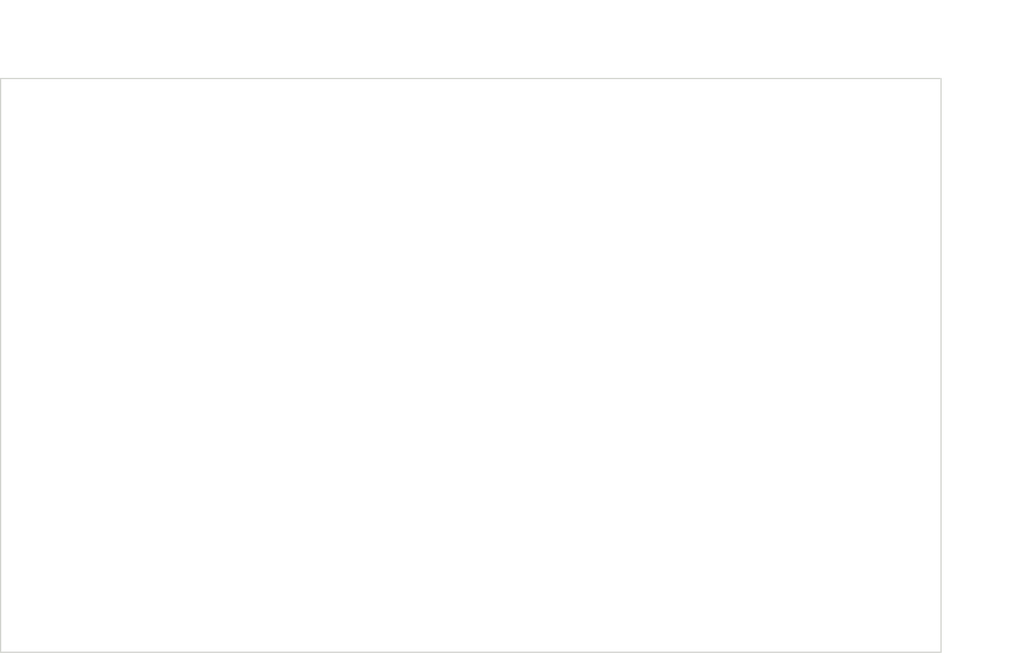
<source format=kicad_pcb>
(kicad_pcb (version 20171130) (host pcbnew "(5.1.0)-1")

  (general
    (thickness 1.6)
    (drawings 16)
    (tracks 0)
    (zones 0)
    (modules 0)
    (nets 1)
  )

  (page A4)
  (layers
    (0 F.Cu signal)
    (31 B.Cu signal)
    (32 B.Adhes user)
    (33 F.Adhes user)
    (34 B.Paste user)
    (35 F.Paste user)
    (36 B.SilkS user)
    (37 F.SilkS user)
    (38 B.Mask user)
    (39 F.Mask user)
    (40 Dwgs.User user)
    (41 Cmts.User user)
    (42 Eco1.User user)
    (43 Eco2.User user)
    (44 Edge.Cuts user)
    (45 Margin user)
    (46 B.CrtYd user)
    (47 F.CrtYd user)
    (48 B.Fab user)
    (49 F.Fab user)
  )

  (setup
    (last_trace_width 0.25)
    (trace_clearance 0.2)
    (zone_clearance 0.508)
    (zone_45_only no)
    (trace_min 0.2)
    (via_size 0.8)
    (via_drill 0.4)
    (via_min_size 0.4)
    (via_min_drill 0.3)
    (uvia_size 0.3)
    (uvia_drill 0.1)
    (uvias_allowed no)
    (uvia_min_size 0.2)
    (uvia_min_drill 0.1)
    (edge_width 0.05)
    (segment_width 0.2)
    (pcb_text_width 0.3)
    (pcb_text_size 1.5 1.5)
    (mod_edge_width 0.12)
    (mod_text_size 1 1)
    (mod_text_width 0.15)
    (pad_size 1.524 1.524)
    (pad_drill 0.762)
    (pad_to_mask_clearance 0.051)
    (solder_mask_min_width 0.25)
    (aux_axis_origin 0 0)
    (visible_elements FFFFFF7F)
    (pcbplotparams
      (layerselection 0x010fc_ffffffff)
      (usegerberextensions false)
      (usegerberattributes false)
      (usegerberadvancedattributes false)
      (creategerberjobfile false)
      (excludeedgelayer true)
      (linewidth 0.152400)
      (plotframeref false)
      (viasonmask false)
      (mode 1)
      (useauxorigin false)
      (hpglpennumber 1)
      (hpglpenspeed 20)
      (hpglpendiameter 15.000000)
      (psnegative false)
      (psa4output false)
      (plotreference true)
      (plotvalue true)
      (plotinvisibletext false)
      (padsonsilk false)
      (subtractmaskfromsilk false)
      (outputformat 1)
      (mirror false)
      (drillshape 1)
      (scaleselection 1)
      (outputdirectory ""))
  )

  (net 0 "")

  (net_class Default "This is the default net class."
    (clearance 0.2)
    (trace_width 0.25)
    (via_dia 0.8)
    (via_drill 0.4)
    (uvia_dia 0.3)
    (uvia_drill 0.1)
  )

  (gr_line (start 228.742617 147.641961) (end 228.742617 50.641961) (layer Edge.Cuts) (width 0.2))
  (gr_line (start 228.742617 50.641961) (end 69.742617 50.641961) (layer Edge.Cuts) (width 0.2))
  (gr_line (start 69.742617 50.641961) (end 69.742617 147.641961) (layer Edge.Cuts) (width 0.2))
  (gr_line (start 69.742617 147.641961) (end 228.742617 147.641961) (layer Edge.Cuts) (width 0.2))
  (gr_text [3.82] (at 238.742617 119.781422) (layer Dwgs.User)
    (effects (font (size 1.7 1.53) (thickness 0.2125)))
  )
  (gr_text " 97.00" (at 238.742617 116.223987) (layer Dwgs.User)
    (effects (font (size 1.7 1.53) (thickness 0.2125)))
  )
  (gr_line (start 238.742617 52.641961) (end 238.742617 114.334525) (layer Dwgs.User) (width 0.2))
  (gr_line (start 238.742617 145.641961) (end 238.742617 121.449396) (layer Dwgs.User) (width 0.2))
  (gr_line (start 229.742617 50.641961) (end 241.917617 50.641961) (layer Dwgs.User) (width 0.2))
  (gr_line (start 229.742617 147.641961) (end 241.917617 147.641961) (layer Dwgs.User) (width 0.2))
  (gr_text [6.26] (at 189.242617 42.531422) (layer Dwgs.User)
    (effects (font (size 1.7 1.53) (thickness 0.2125)))
  )
  (gr_text " 159.00" (at 189.242617 38.973987) (layer Dwgs.User)
    (effects (font (size 1.7 1.53) (thickness 0.2125)))
  )
  (gr_line (start 71.742617 40.641961) (end 184.537604 40.641961) (layer Dwgs.User) (width 0.2))
  (gr_line (start 226.742617 40.641961) (end 193.947631 40.641961) (layer Dwgs.User) (width 0.2))
  (gr_line (start 69.742617 49.641961) (end 69.742617 37.466961) (layer Dwgs.User) (width 0.2))
  (gr_line (start 228.742617 49.641961) (end 228.742617 37.466961) (layer Dwgs.User) (width 0.2))

)

</source>
